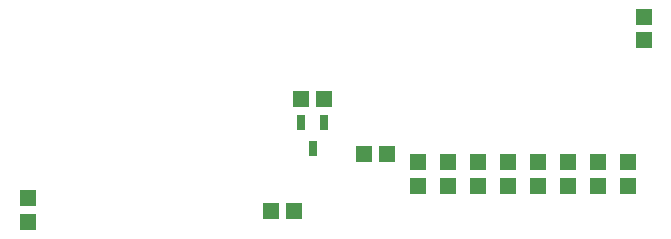
<source format=gbp>
G04 Layer: BottomPasteMaskLayer*
G04 EasyEDA v6.5.39, 2024-02-04 18:14:06*
G04 e2768ddda3314ff98ce937aebec43eb4,5509f98a9368439c9cde498926e245b9,10*
G04 Gerber Generator version 0.2*
G04 Scale: 100 percent, Rotated: No, Reflected: No *
G04 Dimensions in inches *
G04 leading zeros omitted , absolute positions ,3 integer and 6 decimal *
%FSLAX36Y36*%
%MOIN*%

%AMMACRO1*21,1,$1,$2,0,0,$3*%
%ADD10R,0.0532X0.0555*%
%ADD11MACRO1,0.0532X0.0555X0.0000*%
%ADD12MACRO1,0.0532X0.0555X-90.0000*%
%ADD13MACRO1,0.025X0.05X0.0000*%
%ADD14MACRO1,0.0532X0.0555X90.0000*%

%LPD*%
D10*
G01*
X225000Y369369D03*
D11*
G01*
X225004Y290625D03*
D12*
G01*
X1114375Y324995D03*
G01*
X1035630Y324995D03*
D10*
G01*
X2280000Y895630D03*
D11*
G01*
X2280005Y974370D03*
D13*
G01*
X1175000Y531689D03*
G01*
X1137600Y618310D03*
G01*
X1212399Y618310D03*
D14*
G01*
X1214375Y699995D03*
G01*
X1135630Y699995D03*
D11*
G01*
X2225005Y410625D03*
D10*
G01*
X2225000Y489369D03*
D11*
G01*
X2125005Y410625D03*
D10*
G01*
X2125000Y489369D03*
D11*
G01*
X2025005Y410625D03*
D10*
G01*
X2025000Y489369D03*
D11*
G01*
X1925005Y410625D03*
D10*
G01*
X1925000Y489369D03*
D11*
G01*
X1825000Y410625D03*
D10*
G01*
X1825000Y489369D03*
D11*
G01*
X1725000Y410625D03*
D10*
G01*
X1725000Y489369D03*
D11*
G01*
X1625000Y410625D03*
D10*
G01*
X1625000Y489369D03*
D11*
G01*
X1525000Y410625D03*
D10*
G01*
X1525000Y489369D03*
D12*
G01*
X1345630Y514995D03*
G01*
X1424375Y514995D03*
M02*

</source>
